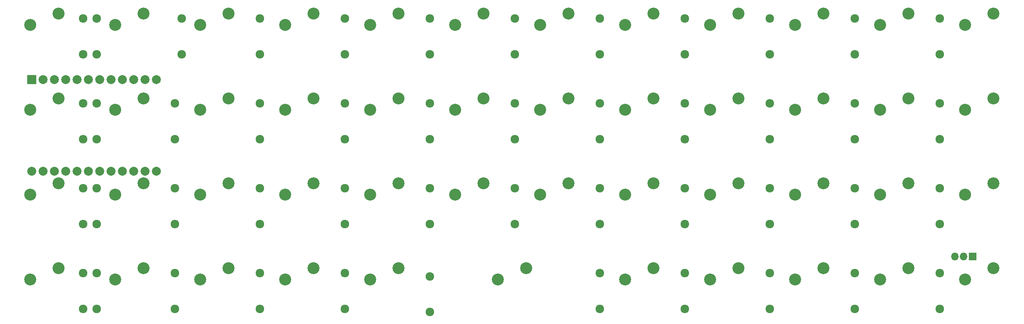
<source format=gts>
G04 #@! TF.FileFunction,Soldermask,Top*
%FSLAX46Y46*%
G04 Gerber Fmt 4.6, Leading zero omitted, Abs format (unit mm)*
G04 Created by KiCad (PCBNEW 4.0.7) date 07/31/18 08:33:26*
%MOMM*%
%LPD*%
G01*
G04 APERTURE LIST*
%ADD10C,0.100000*%
%ADD11C,2.686000*%
%ADD12R,2.000000X2.000000*%
%ADD13C,2.000000*%
%ADD14R,1.750000X1.750000*%
%ADD15O,1.750000X1.750000*%
%ADD16C,1.924000*%
G04 APERTURE END LIST*
D10*
D11*
X61590000Y-34920000D03*
X55240000Y-37460000D03*
X80640000Y-34920000D03*
X74290000Y-37460000D03*
X99690000Y-34920000D03*
X93340000Y-37460000D03*
X118740000Y-34920000D03*
X112390000Y-37460000D03*
X137790000Y-34920000D03*
X131440000Y-37460000D03*
X156840000Y-34920000D03*
X150490000Y-37460000D03*
X175890000Y-34920000D03*
X169540000Y-37460000D03*
X194940000Y-34920000D03*
X188590000Y-37460000D03*
X213990000Y-34920000D03*
X207640000Y-37460000D03*
X233040000Y-34920000D03*
X226690000Y-37460000D03*
X252090000Y-34920000D03*
X245740000Y-37460000D03*
X42540000Y-53970000D03*
X36190000Y-56510000D03*
X61590000Y-53970000D03*
X55240000Y-56510000D03*
X80640000Y-53970000D03*
X74290000Y-56510000D03*
X99690000Y-53970000D03*
X93340000Y-56510000D03*
X118740000Y-53970000D03*
X112390000Y-56510000D03*
X137790000Y-53970000D03*
X131440000Y-56510000D03*
X156840000Y-53970000D03*
X150490000Y-56510000D03*
X175890000Y-53970000D03*
X169540000Y-56510000D03*
X194940000Y-53970000D03*
X188590000Y-56510000D03*
X213990000Y-53970000D03*
X207640000Y-56510000D03*
X233040000Y-53970000D03*
X226690000Y-56510000D03*
X252090000Y-53970000D03*
X245740000Y-56510000D03*
X42540000Y-73020000D03*
X36190000Y-75560000D03*
X61590000Y-73020000D03*
X55240000Y-75560000D03*
X80640000Y-73020000D03*
X74290000Y-75560000D03*
X99690000Y-73020000D03*
X93340000Y-75560000D03*
X118740000Y-73020000D03*
X112390000Y-75560000D03*
X137790000Y-73020000D03*
X131440000Y-75560000D03*
X156840000Y-73020000D03*
X150490000Y-75560000D03*
X175890000Y-73020000D03*
X169540000Y-75560000D03*
X194940000Y-73020000D03*
X188590000Y-75560000D03*
X213990000Y-73020000D03*
X207640000Y-75560000D03*
X233040000Y-73020000D03*
X226690000Y-75560000D03*
X252090000Y-73020000D03*
X245740000Y-75560000D03*
X42540000Y-92070000D03*
X36190000Y-94610000D03*
X61590000Y-92070000D03*
X55240000Y-94610000D03*
X80640000Y-92070000D03*
X74290000Y-94610000D03*
X99690000Y-92070000D03*
X93340000Y-94610000D03*
X118740000Y-92070000D03*
X112390000Y-94610000D03*
X147315000Y-92070000D03*
X140965000Y-94610000D03*
X175890000Y-92070000D03*
X169540000Y-94610000D03*
X194940000Y-92070000D03*
X188590000Y-94610000D03*
X213990000Y-92070000D03*
X207640000Y-94610000D03*
X233040000Y-92070000D03*
X226690000Y-94610000D03*
X252090000Y-92070000D03*
X245740000Y-94610000D03*
D12*
X36530000Y-49750000D03*
D13*
X39070000Y-49750000D03*
X41610000Y-49750000D03*
X44150000Y-49750000D03*
X46690000Y-49750000D03*
X49230000Y-49750000D03*
X51770000Y-49750000D03*
X54310000Y-49750000D03*
X56850000Y-49750000D03*
X59390000Y-49750000D03*
X61930000Y-49750000D03*
X64470000Y-49750000D03*
X64470000Y-70250000D03*
X61930000Y-70250000D03*
X59390000Y-70250000D03*
X56850000Y-70250000D03*
X54310000Y-70250000D03*
X51770000Y-70250000D03*
X49230000Y-70250000D03*
X46690000Y-70250000D03*
X44150000Y-70250000D03*
X41610000Y-70250000D03*
X39070000Y-70250000D03*
X36530000Y-70250000D03*
D11*
X42540000Y-34920000D03*
X36190000Y-37460000D03*
D14*
X247402000Y-89380000D03*
D15*
X245402000Y-89380000D03*
X243402000Y-89380000D03*
D16*
X240025000Y-63050000D03*
X240025000Y-55050000D03*
X48025000Y-44000000D03*
X48025000Y-36000000D03*
X51025000Y-44000000D03*
X51025000Y-36000000D03*
X70075000Y-44000000D03*
X70075000Y-36000000D03*
X87625000Y-44000000D03*
X87625000Y-36000000D03*
X106675000Y-44000000D03*
X106675000Y-36000000D03*
X125725000Y-44000000D03*
X125725000Y-36000000D03*
X144775000Y-44000000D03*
X144775000Y-36000000D03*
X163825000Y-44000000D03*
X163825000Y-36000000D03*
X182875000Y-44000000D03*
X182875000Y-36000000D03*
X201925000Y-44000000D03*
X201925000Y-36000000D03*
X220975000Y-44000000D03*
X220975000Y-36000000D03*
X240025000Y-44000000D03*
X240025000Y-36000000D03*
X48025000Y-63050000D03*
X48025000Y-55050000D03*
X51025000Y-63050000D03*
X51025000Y-55050000D03*
X68575000Y-63050000D03*
X68575000Y-55050000D03*
X87625000Y-63050000D03*
X87625000Y-55050000D03*
X106675000Y-63050000D03*
X106675000Y-55050000D03*
X125725000Y-63050000D03*
X125725000Y-55050000D03*
X144775000Y-63050000D03*
X144775000Y-55050000D03*
X163825000Y-63050000D03*
X163825000Y-55050000D03*
X182875000Y-63050000D03*
X182875000Y-55050000D03*
X201925000Y-63050000D03*
X201925000Y-55050000D03*
X220975000Y-63050000D03*
X220975000Y-55050000D03*
X48025000Y-82100000D03*
X48025000Y-74100000D03*
X51025000Y-82100000D03*
X51025000Y-74100000D03*
X68575000Y-82100000D03*
X68575000Y-74100000D03*
X87625000Y-82100000D03*
X87625000Y-74100000D03*
X106675000Y-82100000D03*
X106675000Y-74100000D03*
X125725000Y-82100000D03*
X125725000Y-74100000D03*
X144775000Y-82100000D03*
X144775000Y-74100000D03*
X163825000Y-82100000D03*
X163825000Y-74100000D03*
X182875000Y-82100000D03*
X182875000Y-74100000D03*
X201925000Y-82100000D03*
X201925000Y-74100000D03*
X220975000Y-82100000D03*
X220975000Y-74100000D03*
X240025000Y-82100000D03*
X240025000Y-74100000D03*
X48025000Y-101150000D03*
X48025000Y-93150000D03*
X51025000Y-101150000D03*
X51025000Y-93150000D03*
X68575000Y-101150000D03*
X68575000Y-93150000D03*
X87625000Y-101150000D03*
X87625000Y-93150000D03*
X106675000Y-101150000D03*
X106675000Y-93150000D03*
X125725000Y-101880000D03*
X125725000Y-93880000D03*
X163825000Y-101150000D03*
X163825000Y-93150000D03*
X182875000Y-101150000D03*
X182875000Y-93150000D03*
X201925000Y-101150000D03*
X201925000Y-93150000D03*
X220975000Y-101150000D03*
X220975000Y-93150000D03*
X240025000Y-101150000D03*
X240025000Y-93150000D03*
M02*

</source>
